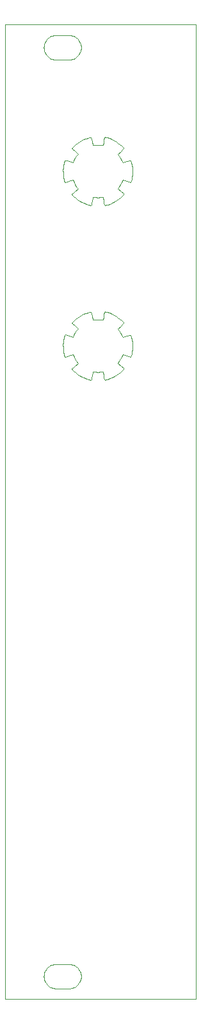
<source format=gbr>
G04 #@! TF.GenerationSoftware,KiCad,Pcbnew,5.1.2-f72e74a~84~ubuntu16.04.1*
G04 #@! TF.CreationDate,2019-05-06T13:36:40+08:00*
G04 #@! TF.ProjectId,8Bit_EuroRack,38426974-5f45-4757-926f-5261636b2e6b,rev?*
G04 #@! TF.SameCoordinates,Original*
G04 #@! TF.FileFunction,Profile,NP*
%FSLAX46Y46*%
G04 Gerber Fmt 4.6, Leading zero omitted, Abs format (unit mm)*
G04 Created by KiCad (PCBNEW 5.1.2-f72e74a~84~ubuntu16.04.1) date 2019-05-06 13:36:40*
%MOMM*%
%LPD*%
G04 APERTURE LIST*
%ADD10C,0.100000*%
G04 APERTURE END LIST*
D10*
X85789733Y-77400514D02*
X85789738Y-77400467D01*
X85830633Y-77406414D02*
X85789733Y-77400514D01*
X86104098Y-77473524D02*
X85830633Y-77406414D01*
X86412031Y-77569964D02*
X86104098Y-77473524D01*
X86712152Y-77688807D02*
X86412031Y-77569964D01*
X87003109Y-77828968D02*
X86712152Y-77688807D01*
X87283548Y-77989366D02*
X87003109Y-77828968D01*
X87552115Y-78168918D02*
X87283548Y-77989366D01*
X87807458Y-78366541D02*
X87552115Y-78168918D01*
X88048222Y-78581154D02*
X87807458Y-78366541D01*
X88203282Y-78732809D02*
X88048222Y-78581154D01*
X88274512Y-78811389D02*
X88203282Y-78732809D01*
X88312452Y-78893569D02*
X88274512Y-78811389D01*
X88116759Y-79085481D02*
X88312452Y-78893569D01*
X87910503Y-79268250D02*
X88116759Y-79085481D01*
X87495078Y-79631325D02*
X87910503Y-79268250D01*
X87701674Y-79892792D02*
X87495078Y-79631325D01*
X87880976Y-80173411D02*
X87701674Y-79892792D01*
X88032944Y-80469920D02*
X87880976Y-80173411D01*
X88157540Y-80779056D02*
X88032944Y-80469920D01*
X88717852Y-80589734D02*
X88157540Y-80779056D01*
X88847417Y-80549754D02*
X88717852Y-80589734D01*
X88976569Y-80497304D02*
X88847417Y-80549754D01*
X89106169Y-80459734D02*
X88976569Y-80497304D01*
X89171409Y-80455034D02*
X89106169Y-80459734D01*
X89237079Y-80464334D02*
X89171409Y-80455034D01*
X89328719Y-80772750D02*
X89237079Y-80464334D01*
X89398119Y-81086819D02*
X89328719Y-80772750D01*
X89445119Y-81404957D02*
X89398119Y-81086819D01*
X89469549Y-81725575D02*
X89445119Y-81404957D01*
X89471249Y-82047088D02*
X89469549Y-81725575D01*
X89450049Y-82367908D02*
X89471249Y-82047088D01*
X89405779Y-82686449D02*
X89450049Y-82367908D01*
X89338279Y-83001124D02*
X89405779Y-82686449D01*
X89307909Y-83100724D02*
X89338279Y-83001124D01*
X89285999Y-83211292D02*
X89307909Y-83100724D01*
X89250609Y-83309082D02*
X89285999Y-83211292D01*
X89220999Y-83345762D02*
X89250609Y-83309082D01*
X89179799Y-83370342D02*
X89220999Y-83345762D01*
X88922162Y-83299092D02*
X89179799Y-83370342D01*
X88665097Y-83213342D02*
X88922162Y-83299092D01*
X88151071Y-83037827D02*
X88665097Y-83213342D01*
X88028255Y-83346859D02*
X88151071Y-83037827D01*
X87875560Y-83642406D02*
X88028255Y-83346859D01*
X87695121Y-83921951D02*
X87875560Y-83642406D01*
X87489071Y-84182978D02*
X87695121Y-83921951D01*
X87956725Y-84594578D02*
X87489071Y-84182978D01*
X88050375Y-84682068D02*
X87956725Y-84594578D01*
X88154869Y-84762668D02*
X88050375Y-84682068D01*
X88247509Y-84850488D02*
X88154869Y-84762668D01*
X88305609Y-84959667D02*
X88247509Y-84850488D01*
X88085535Y-85189853D02*
X88305609Y-84959667D01*
X87850001Y-85404109D02*
X88085535Y-85189853D01*
X87600259Y-85601596D02*
X87850001Y-85404109D01*
X87337561Y-85781477D02*
X87600259Y-85601596D01*
X87063155Y-85942916D02*
X87337561Y-85781477D01*
X86778295Y-86085074D02*
X87063155Y-85942916D01*
X86484231Y-86207115D02*
X86778295Y-86085074D01*
X86182213Y-86308202D02*
X86484231Y-86207115D01*
X86075871Y-86334522D02*
X86182213Y-86308202D01*
X85964718Y-86371462D02*
X86075871Y-86334522D01*
X85857313Y-86391812D02*
X85964718Y-86371462D01*
X85807693Y-86387212D02*
X85857313Y-86391812D01*
X85762223Y-86368302D02*
X85807693Y-86387212D01*
X85695353Y-86108834D02*
X85762223Y-86368302D01*
X85640723Y-85842719D02*
X85695353Y-86108834D01*
X85535677Y-85308438D02*
X85640723Y-85842719D01*
X85206560Y-85356508D02*
X85535677Y-85308438D01*
X84874414Y-85371818D02*
X85206560Y-85356508D01*
X84542173Y-85355808D02*
X84874414Y-85371818D01*
X84212767Y-85309938D02*
X84542173Y-85355808D01*
X84094374Y-85900093D02*
X84212767Y-85309938D01*
X84064464Y-86030887D02*
X84094374Y-85900093D01*
X84045604Y-86167469D02*
X84064464Y-86030887D01*
X84014324Y-86297486D02*
X84045604Y-86167469D01*
X83947164Y-86408582D02*
X84014324Y-86297486D01*
X83634626Y-86332102D02*
X83947164Y-86408582D01*
X83328362Y-86233772D02*
X83634626Y-86332102D01*
X83029737Y-86114306D02*
X83328362Y-86233772D01*
X82740116Y-85974427D02*
X83029737Y-86114306D01*
X82460863Y-85814852D02*
X82740116Y-85974427D01*
X82193342Y-85636299D02*
X82460863Y-85814852D01*
X81938918Y-85439486D02*
X82193342Y-85636299D01*
X81698955Y-85225131D02*
X81938918Y-85439486D01*
X81629400Y-85149541D02*
X81698955Y-85225131D01*
X81544733Y-85076411D02*
X81629400Y-85149541D01*
X81476492Y-84998411D02*
X81544733Y-85076411D01*
X81458387Y-84955291D02*
X81476492Y-84998411D01*
X81456217Y-84908211D02*
X81458387Y-84955291D01*
X81646940Y-84720449D02*
X81456217Y-84908211D01*
X81849949Y-84540359D02*
X81646940Y-84720449D01*
X82259927Y-84182882D02*
X81849949Y-84540359D01*
X82052519Y-83922493D02*
X82259927Y-84182882D01*
X81872666Y-83642635D02*
X82052519Y-83922493D01*
X81720182Y-83346743D02*
X81872666Y-83642635D01*
X81594877Y-83038249D02*
X81720182Y-83346743D01*
X81029906Y-83229255D02*
X81594877Y-83038249D01*
X80901438Y-83268675D02*
X81029906Y-83229255D01*
X80773466Y-83320705D02*
X80901438Y-83268675D01*
X80645052Y-83358715D02*
X80773466Y-83320705D01*
X80515257Y-83356115D02*
X80645052Y-83358715D01*
X80422681Y-83047652D02*
X80515257Y-83356115D01*
X80352375Y-82733451D02*
X80422681Y-83047652D01*
X80304498Y-82415108D02*
X80352375Y-82733451D01*
X80279207Y-82094214D02*
X80304498Y-82415108D01*
X80276657Y-81772362D02*
X80279207Y-82094214D01*
X80297011Y-81451146D02*
X80276657Y-81772362D01*
X80340424Y-81132160D02*
X80297011Y-81451146D01*
X80407055Y-80816995D02*
X80340424Y-81132160D01*
X80437157Y-80716776D02*
X80407055Y-80816995D01*
X80458966Y-80605824D02*
X80437157Y-80716776D01*
X80495228Y-80508534D02*
X80458966Y-80605824D01*
X80525887Y-80472644D02*
X80495228Y-80508534D01*
X80568689Y-80449314D02*
X80525887Y-80472644D01*
X80825215Y-80520034D02*
X80568689Y-80449314D01*
X81081270Y-80605304D02*
X80825215Y-80520034D01*
X81593245Y-80780065D02*
X81081270Y-80605304D01*
X81715209Y-80470207D02*
X81593245Y-80780065D01*
X81867392Y-80173902D02*
X81715209Y-80470207D01*
X82047357Y-79893487D02*
X81867392Y-80173902D01*
X82252665Y-79631297D02*
X82047357Y-79893487D01*
X81830248Y-79259875D02*
X82252665Y-79631297D01*
X81725091Y-79162295D02*
X81830248Y-79259875D01*
X81609162Y-79071575D02*
X81725091Y-79162295D01*
X81506033Y-78972785D02*
X81609162Y-79071575D01*
X81466634Y-78915695D02*
X81506033Y-78972785D01*
X81439275Y-78850985D02*
X81466634Y-78915695D01*
X81661133Y-78618698D02*
X81439275Y-78850985D01*
X81898743Y-78402695D02*
X81661133Y-78618698D01*
X82150809Y-78203797D02*
X81898743Y-78402695D01*
X82416033Y-78022823D02*
X82150809Y-78203797D01*
X82693120Y-77860594D02*
X82416033Y-78022823D01*
X82980774Y-77717929D02*
X82693120Y-77860594D01*
X83277697Y-77595649D02*
X82980774Y-77717929D01*
X83582594Y-77494574D02*
X83277697Y-77595649D01*
X83685710Y-77470944D02*
X83582594Y-77494574D01*
X83794191Y-77433214D02*
X83685710Y-77470944D01*
X83897879Y-77415204D02*
X83794191Y-77433214D01*
X83944749Y-77424204D02*
X83897879Y-77415204D01*
X83986609Y-77450774D02*
X83944749Y-77424204D01*
X84053329Y-77707395D02*
X83986609Y-77450774D01*
X84107049Y-77970939D02*
X84053329Y-77707395D01*
X84212528Y-78499665D02*
X84107049Y-77970939D01*
X84542128Y-78450895D02*
X84212528Y-78499665D01*
X84874825Y-78435195D02*
X84542128Y-78450895D01*
X85207626Y-78451205D02*
X84874825Y-78435195D01*
X85537538Y-78497565D02*
X85207626Y-78451205D01*
X85620688Y-78081129D02*
X85537538Y-78497565D01*
X85657998Y-77908926D02*
X85620688Y-78081129D01*
X85686828Y-77733128D02*
X85657998Y-77908926D01*
X85724848Y-77561165D02*
X85686828Y-77733128D01*
X85789738Y-77400467D02*
X85724848Y-77561165D01*
X85789738Y-54373350D02*
X85789738Y-54373350D01*
X85830633Y-54379297D02*
X85789738Y-54373350D01*
X86104098Y-54446407D02*
X85830633Y-54379297D01*
X86412031Y-54542847D02*
X86104098Y-54446407D01*
X86712152Y-54661690D02*
X86412031Y-54542847D01*
X87003109Y-54801851D02*
X86712152Y-54661690D01*
X87283548Y-54962249D02*
X87003109Y-54801851D01*
X87552115Y-55141801D02*
X87283548Y-54962249D01*
X87807458Y-55339424D02*
X87552115Y-55141801D01*
X88048222Y-55554037D02*
X87807458Y-55339424D01*
X88203282Y-55705692D02*
X88048222Y-55554037D01*
X88274512Y-55784272D02*
X88203282Y-55705692D01*
X88312452Y-55866452D02*
X88274512Y-55784272D01*
X88116759Y-56058364D02*
X88312452Y-55866452D01*
X87910503Y-56241133D02*
X88116759Y-56058364D01*
X87495078Y-56604208D02*
X87910503Y-56241133D01*
X87701674Y-56865675D02*
X87495078Y-56604208D01*
X87880976Y-57146294D02*
X87701674Y-56865675D01*
X88032944Y-57442803D02*
X87880976Y-57146294D01*
X88157540Y-57751939D02*
X88032944Y-57442803D01*
X88717852Y-57562617D02*
X88157540Y-57751939D01*
X88847417Y-57522637D02*
X88717852Y-57562617D01*
X88976569Y-57470187D02*
X88847417Y-57522637D01*
X89106169Y-57432617D02*
X88976569Y-57470187D01*
X89171409Y-57427917D02*
X89106169Y-57432617D01*
X89237079Y-57437217D02*
X89171409Y-57427917D01*
X89328719Y-57745633D02*
X89237079Y-57437217D01*
X89398119Y-58059702D02*
X89328719Y-57745633D01*
X89445119Y-58377840D02*
X89398119Y-58059702D01*
X89469549Y-58698458D02*
X89445119Y-58377840D01*
X89471249Y-59019971D02*
X89469549Y-58698458D01*
X89450049Y-59340791D02*
X89471249Y-59019971D01*
X89405779Y-59659332D02*
X89450049Y-59340791D01*
X89338279Y-59974007D02*
X89405779Y-59659332D01*
X89307909Y-60073607D02*
X89338279Y-59974007D01*
X89285999Y-60184175D02*
X89307909Y-60073607D01*
X89250609Y-60281965D02*
X89285999Y-60184175D01*
X89220999Y-60318645D02*
X89250609Y-60281965D01*
X89179799Y-60343225D02*
X89220999Y-60318645D01*
X88922162Y-60271975D02*
X89179799Y-60343225D01*
X88665097Y-60186225D02*
X88922162Y-60271975D01*
X88151071Y-60010710D02*
X88665097Y-60186225D01*
X88028255Y-60319742D02*
X88151071Y-60010710D01*
X87875560Y-60615289D02*
X88028255Y-60319742D01*
X87695121Y-60894834D02*
X87875560Y-60615289D01*
X87489071Y-61155861D02*
X87695121Y-60894834D01*
X87956725Y-61567461D02*
X87489071Y-61155861D01*
X88050375Y-61654951D02*
X87956725Y-61567461D01*
X88154869Y-61735551D02*
X88050375Y-61654951D01*
X88247509Y-61823371D02*
X88154869Y-61735551D01*
X88305609Y-61932550D02*
X88247509Y-61823371D01*
X88085535Y-62162736D02*
X88305609Y-61932550D01*
X87850001Y-62376992D02*
X88085535Y-62162736D01*
X87600259Y-62574479D02*
X87850001Y-62376992D01*
X87337561Y-62754360D02*
X87600259Y-62574479D01*
X87063155Y-62915799D02*
X87337561Y-62754360D01*
X86778295Y-63057957D02*
X87063155Y-62915799D01*
X86484231Y-63179998D02*
X86778295Y-63057957D01*
X86182213Y-63281085D02*
X86484231Y-63179998D01*
X86075871Y-63307405D02*
X86182213Y-63281085D01*
X85964718Y-63344345D02*
X86075871Y-63307405D01*
X85857313Y-63364695D02*
X85964718Y-63344345D01*
X85807693Y-63360095D02*
X85857313Y-63364695D01*
X85762223Y-63341185D02*
X85807693Y-63360095D01*
X85695353Y-63081717D02*
X85762223Y-63341185D01*
X85640723Y-62815602D02*
X85695353Y-63081717D01*
X85535677Y-62281321D02*
X85640723Y-62815602D01*
X85206560Y-62329391D02*
X85535677Y-62281321D01*
X84874414Y-62344701D02*
X85206560Y-62329391D01*
X84542173Y-62328691D02*
X84874414Y-62344701D01*
X84212767Y-62282821D02*
X84542173Y-62328691D01*
X84094374Y-62872976D02*
X84212767Y-62282821D01*
X84064464Y-63003770D02*
X84094374Y-62872976D01*
X84045604Y-63140352D02*
X84064464Y-63003770D01*
X84014324Y-63270369D02*
X84045604Y-63140352D01*
X83947164Y-63381465D02*
X84014324Y-63270369D01*
X83634626Y-63304985D02*
X83947164Y-63381465D01*
X83328362Y-63206655D02*
X83634626Y-63304985D01*
X83029737Y-63087189D02*
X83328362Y-63206655D01*
X82740116Y-62947310D02*
X83029737Y-63087189D01*
X82460863Y-62787735D02*
X82740116Y-62947310D01*
X82193342Y-62609182D02*
X82460863Y-62787735D01*
X81938918Y-62412369D02*
X82193342Y-62609182D01*
X81698955Y-62198014D02*
X81938918Y-62412369D01*
X81629400Y-62122424D02*
X81698955Y-62198014D01*
X81544733Y-62049294D02*
X81629400Y-62122424D01*
X81476492Y-61971294D02*
X81544733Y-62049294D01*
X81458387Y-61928174D02*
X81476492Y-61971294D01*
X81456217Y-61881094D02*
X81458387Y-61928174D01*
X81646940Y-61693332D02*
X81456217Y-61881094D01*
X81849949Y-61513242D02*
X81646940Y-61693332D01*
X82259927Y-61155765D02*
X81849949Y-61513242D01*
X82052519Y-60895376D02*
X82259927Y-61155765D01*
X81872666Y-60615518D02*
X82052519Y-60895376D01*
X81720182Y-60319626D02*
X81872666Y-60615518D01*
X81594877Y-60011132D02*
X81720182Y-60319626D01*
X81029906Y-60202138D02*
X81594877Y-60011132D01*
X80901438Y-60241558D02*
X81029906Y-60202138D01*
X80773466Y-60293588D02*
X80901438Y-60241558D01*
X80645052Y-60331598D02*
X80773466Y-60293588D01*
X80515257Y-60328998D02*
X80645052Y-60331598D01*
X80422681Y-60020535D02*
X80515257Y-60328998D01*
X80352375Y-59706334D02*
X80422681Y-60020535D01*
X80304498Y-59387991D02*
X80352375Y-59706334D01*
X80279207Y-59067097D02*
X80304498Y-59387991D01*
X80276657Y-58745245D02*
X80279207Y-59067097D01*
X80297011Y-58424029D02*
X80276657Y-58745245D01*
X80340424Y-58105043D02*
X80297011Y-58424029D01*
X80407055Y-57789878D02*
X80340424Y-58105043D01*
X80437157Y-57689659D02*
X80407055Y-57789878D01*
X80458966Y-57578707D02*
X80437157Y-57689659D01*
X80495228Y-57481417D02*
X80458966Y-57578707D01*
X80525887Y-57445527D02*
X80495228Y-57481417D01*
X80568689Y-57422197D02*
X80525887Y-57445527D01*
X80825215Y-57492917D02*
X80568689Y-57422197D01*
X81081270Y-57578187D02*
X80825215Y-57492917D01*
X81593245Y-57752948D02*
X81081270Y-57578187D01*
X81715209Y-57443090D02*
X81593245Y-57752948D01*
X81867392Y-57146785D02*
X81715209Y-57443090D01*
X82047357Y-56866370D02*
X81867392Y-57146785D01*
X82252665Y-56604180D02*
X82047357Y-56866370D01*
X81830248Y-56232758D02*
X82252665Y-56604180D01*
X81725091Y-56135178D02*
X81830248Y-56232758D01*
X81609162Y-56044458D02*
X81725091Y-56135178D01*
X81506033Y-55945668D02*
X81609162Y-56044458D01*
X81466634Y-55888578D02*
X81506033Y-55945668D01*
X81439275Y-55823868D02*
X81466634Y-55888578D01*
X81661133Y-55591581D02*
X81439275Y-55823868D01*
X81898743Y-55375578D02*
X81661133Y-55591581D01*
X82150809Y-55176680D02*
X81898743Y-55375578D01*
X82416033Y-54995706D02*
X82150809Y-55176680D01*
X82693120Y-54833477D02*
X82416033Y-54995706D01*
X82980774Y-54690812D02*
X82693120Y-54833477D01*
X83277697Y-54568532D02*
X82980774Y-54690812D01*
X83582594Y-54467457D02*
X83277697Y-54568532D01*
X83685710Y-54443827D02*
X83582594Y-54467457D01*
X83794191Y-54406097D02*
X83685710Y-54443827D01*
X83897879Y-54388087D02*
X83794191Y-54406097D01*
X83944749Y-54397087D02*
X83897879Y-54388087D01*
X83986609Y-54423657D02*
X83944749Y-54397087D01*
X84053329Y-54680278D02*
X83986609Y-54423657D01*
X84107049Y-54943822D02*
X84053329Y-54680278D01*
X84212528Y-55472548D02*
X84107049Y-54943822D01*
X84542128Y-55423778D02*
X84212528Y-55472548D01*
X84874825Y-55408078D02*
X84542128Y-55423778D01*
X85207626Y-55424088D02*
X84874825Y-55408078D01*
X85537538Y-55470448D02*
X85207626Y-55424088D01*
X85620688Y-55054012D02*
X85537538Y-55470448D01*
X85657998Y-54881809D02*
X85620688Y-55054012D01*
X85686828Y-54706011D02*
X85657998Y-54881809D01*
X85724848Y-54534048D02*
X85686828Y-54706011D01*
X85789738Y-54373350D02*
X85724848Y-54534048D01*
X79345688Y-163446138D02*
X79345688Y-163446138D01*
X79345688Y-163446138D02*
X79345688Y-163446138D01*
X79180238Y-163454138D02*
X79345688Y-163446138D01*
X79019678Y-163478538D02*
X79180238Y-163454138D01*
X78864788Y-163518138D02*
X79019678Y-163478538D01*
X78716388Y-163572238D02*
X78864788Y-163518138D01*
X78575268Y-163640038D02*
X78716388Y-163572238D01*
X78442228Y-163720738D02*
X78575268Y-163640038D01*
X78203578Y-163917478D02*
X78442228Y-163720738D01*
X78006838Y-164156128D02*
X78203578Y-163917478D01*
X77926138Y-164289168D02*
X78006838Y-164156128D01*
X77858338Y-164430288D02*
X77926138Y-164289168D01*
X77804238Y-164578688D02*
X77858338Y-164430288D01*
X77764638Y-164733568D02*
X77804238Y-164578688D01*
X77740238Y-164894138D02*
X77764638Y-164733568D01*
X77732238Y-165059588D02*
X77740238Y-164894138D01*
X77740238Y-165225038D02*
X77732238Y-165059588D01*
X77764638Y-165385608D02*
X77740238Y-165225038D01*
X77804238Y-165540488D02*
X77764638Y-165385608D01*
X77858338Y-165688888D02*
X77804238Y-165540488D01*
X77926138Y-165830008D02*
X77858338Y-165688888D01*
X78006838Y-165963048D02*
X77926138Y-165830008D01*
X78203578Y-166201698D02*
X78006838Y-165963048D01*
X78442228Y-166398438D02*
X78203578Y-166201698D01*
X78575268Y-166479138D02*
X78442228Y-166398438D01*
X78716388Y-166546938D02*
X78575268Y-166479138D01*
X78864788Y-166601038D02*
X78716388Y-166546938D01*
X79019678Y-166640638D02*
X78864788Y-166601038D01*
X79180238Y-166665038D02*
X79019678Y-166640638D01*
X79345688Y-166673038D02*
X79180238Y-166665038D01*
X81045688Y-166673038D02*
X79345688Y-166673038D01*
X81211138Y-166665038D02*
X81045688Y-166673038D01*
X81371708Y-166640638D02*
X81211138Y-166665038D01*
X81526588Y-166601038D02*
X81371708Y-166640638D01*
X81674988Y-166546938D02*
X81526588Y-166601038D01*
X81816118Y-166479138D02*
X81674988Y-166546938D01*
X81949158Y-166398438D02*
X81816118Y-166479138D01*
X82187808Y-166201698D02*
X81949158Y-166398438D01*
X82384548Y-165963048D02*
X82187808Y-166201698D01*
X82465248Y-165830008D02*
X82384548Y-165963048D01*
X82533048Y-165688888D02*
X82465248Y-165830008D01*
X82587148Y-165540488D02*
X82533048Y-165688888D01*
X82626748Y-165385608D02*
X82587148Y-165540488D01*
X82651148Y-165225038D02*
X82626748Y-165385608D01*
X82659148Y-165059588D02*
X82651148Y-165225038D01*
X82651148Y-164894138D02*
X82659148Y-165059588D01*
X82626748Y-164733568D02*
X82651148Y-164894138D01*
X82587148Y-164578688D02*
X82626748Y-164733568D01*
X82533048Y-164430288D02*
X82587148Y-164578688D01*
X82465248Y-164289168D02*
X82533048Y-164430288D01*
X82384548Y-164156128D02*
X82465248Y-164289168D01*
X82187808Y-163917478D02*
X82384548Y-164156128D01*
X81949158Y-163720738D02*
X82187808Y-163917478D01*
X81816118Y-163640038D02*
X81949158Y-163720738D01*
X81674988Y-163572238D02*
X81816118Y-163640038D01*
X81526588Y-163518138D02*
X81674988Y-163572238D01*
X81371708Y-163478538D02*
X81526588Y-163518138D01*
X81211138Y-163454138D02*
X81371708Y-163478538D01*
X81045688Y-163446138D02*
X81211138Y-163454138D01*
X79345688Y-163446138D02*
X81045688Y-163446138D01*
X79345688Y-40946138D02*
X79345688Y-40946138D01*
X79345688Y-40946138D02*
X79345688Y-40946138D01*
X79180238Y-40954437D02*
X79345688Y-40946138D01*
X79019678Y-40978807D02*
X79180238Y-40954437D01*
X78864788Y-41018448D02*
X79019678Y-40978807D01*
X78716388Y-41072561D02*
X78864788Y-41018448D01*
X78575268Y-41140345D02*
X78716388Y-41072561D01*
X78442228Y-41221004D02*
X78575268Y-41140345D01*
X78203578Y-41417745D02*
X78442228Y-41221004D01*
X78006838Y-41656393D02*
X78203578Y-41417745D01*
X77926138Y-41789434D02*
X78006838Y-41656393D01*
X77858338Y-41930555D02*
X77926138Y-41789434D01*
X77804238Y-42078957D02*
X77858338Y-41930555D01*
X77764638Y-42233840D02*
X77804238Y-42078957D01*
X77740238Y-42394406D02*
X77764638Y-42233840D01*
X77732238Y-42559856D02*
X77740238Y-42394406D01*
X77740238Y-42725306D02*
X77732238Y-42559856D01*
X77764638Y-42885872D02*
X77740238Y-42725306D01*
X77804238Y-43040755D02*
X77764638Y-42885872D01*
X77858338Y-43189157D02*
X77804238Y-43040755D01*
X77926138Y-43330278D02*
X77858338Y-43189157D01*
X78006838Y-43463319D02*
X77926138Y-43330278D01*
X78203578Y-43701967D02*
X78006838Y-43463319D01*
X78442228Y-43898709D02*
X78203578Y-43701967D01*
X78575268Y-43979368D02*
X78442228Y-43898709D01*
X78716388Y-44047153D02*
X78575268Y-43979368D01*
X78864788Y-44101266D02*
X78716388Y-44047153D01*
X79019678Y-44140907D02*
X78864788Y-44101266D01*
X79180238Y-44165277D02*
X79019678Y-44140907D01*
X79345688Y-44173577D02*
X79180238Y-44165277D01*
X81045688Y-44173577D02*
X79345688Y-44173577D01*
X81211138Y-44165277D02*
X81045688Y-44173577D01*
X81371708Y-44140907D02*
X81211138Y-44165277D01*
X81526588Y-44101266D02*
X81371708Y-44140907D01*
X81674988Y-44047153D02*
X81526588Y-44101266D01*
X81816118Y-43979368D02*
X81674988Y-44047153D01*
X81949158Y-43898709D02*
X81816118Y-43979368D01*
X82187808Y-43701967D02*
X81949158Y-43898709D01*
X82384548Y-43463319D02*
X82187808Y-43701967D01*
X82465248Y-43330278D02*
X82384548Y-43463319D01*
X82533048Y-43189157D02*
X82465248Y-43330278D01*
X82587148Y-43040755D02*
X82533048Y-43189157D01*
X82626748Y-42885872D02*
X82587148Y-43040755D01*
X82651148Y-42725306D02*
X82626748Y-42885872D01*
X82659148Y-42559856D02*
X82651148Y-42725306D01*
X82651148Y-42394406D02*
X82659148Y-42559856D01*
X82626748Y-42233840D02*
X82651148Y-42394406D01*
X82587148Y-42078957D02*
X82626748Y-42233840D01*
X82533048Y-41930555D02*
X82587148Y-42078957D01*
X82465248Y-41789434D02*
X82533048Y-41930555D01*
X82384548Y-41656393D02*
X82465248Y-41789434D01*
X82187808Y-41417745D02*
X82384548Y-41656393D01*
X81949158Y-41221004D02*
X82187808Y-41417745D01*
X81816118Y-41140345D02*
X81949158Y-41221004D01*
X81674988Y-41072561D02*
X81816118Y-41140345D01*
X81526588Y-41018448D02*
X81674988Y-41072561D01*
X81371708Y-40978807D02*
X81526588Y-41018448D01*
X81211138Y-40954437D02*
X81371708Y-40978807D01*
X81045688Y-40946138D02*
X81211138Y-40954437D01*
X79345688Y-40946138D02*
X81045688Y-40946138D01*
X72620968Y-168074728D02*
X72620968Y-168074728D01*
X72620968Y-39545199D02*
X72620968Y-168074728D01*
X97849758Y-39545199D02*
X72620968Y-39545199D01*
X97849758Y-168074728D02*
X97849758Y-39545199D01*
X72620968Y-168074728D02*
X97849758Y-168074728D01*
M02*

</source>
